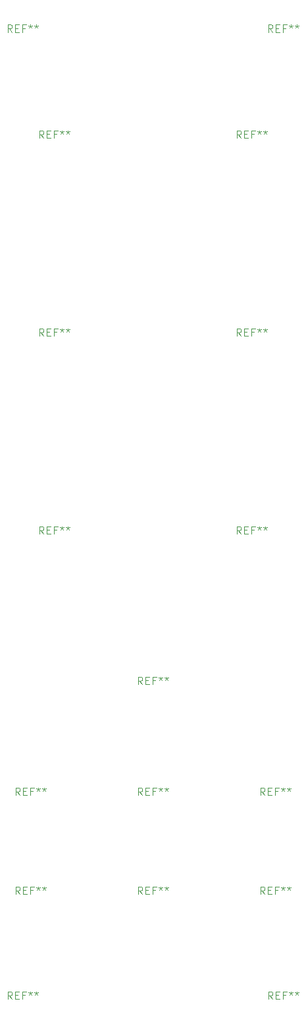
<source format=gbr>
%TF.GenerationSoftware,KiCad,Pcbnew,7.0.1*%
%TF.CreationDate,2024-08-13T21:27:21-04:00*%
%TF.ProjectId,front panel,66726f6e-7420-4706-916e-656c2e6b6963,rev?*%
%TF.SameCoordinates,Original*%
%TF.FileFunction,Legend,Top*%
%TF.FilePolarity,Positive*%
%FSLAX46Y46*%
G04 Gerber Fmt 4.6, Leading zero omitted, Abs format (unit mm)*
G04 Created by KiCad (PCBNEW 7.0.1) date 2024-08-13 21:27:21*
%MOMM*%
%LPD*%
G01*
G04 APERTURE LIST*
%ADD10C,0.100000*%
G04 APERTURE END LIST*
D10*
%TO.C,REF\u002A\u002A*%
X96202666Y-53683619D02*
X95869333Y-53207428D01*
X95631238Y-53683619D02*
X95631238Y-52683619D01*
X95631238Y-52683619D02*
X96012190Y-52683619D01*
X96012190Y-52683619D02*
X96107428Y-52731238D01*
X96107428Y-52731238D02*
X96155047Y-52778857D01*
X96155047Y-52778857D02*
X96202666Y-52874095D01*
X96202666Y-52874095D02*
X96202666Y-53016952D01*
X96202666Y-53016952D02*
X96155047Y-53112190D01*
X96155047Y-53112190D02*
X96107428Y-53159809D01*
X96107428Y-53159809D02*
X96012190Y-53207428D01*
X96012190Y-53207428D02*
X95631238Y-53207428D01*
X96631238Y-53159809D02*
X96964571Y-53159809D01*
X97107428Y-53683619D02*
X96631238Y-53683619D01*
X96631238Y-53683619D02*
X96631238Y-52683619D01*
X96631238Y-52683619D02*
X97107428Y-52683619D01*
X97869333Y-53159809D02*
X97536000Y-53159809D01*
X97536000Y-53683619D02*
X97536000Y-52683619D01*
X97536000Y-52683619D02*
X98012190Y-52683619D01*
X98536000Y-52683619D02*
X98536000Y-52921714D01*
X98297905Y-52826476D02*
X98536000Y-52921714D01*
X98536000Y-52921714D02*
X98774095Y-52826476D01*
X98393143Y-53112190D02*
X98536000Y-52921714D01*
X98536000Y-52921714D02*
X98678857Y-53112190D01*
X99297905Y-52683619D02*
X99297905Y-52921714D01*
X99059810Y-52826476D02*
X99297905Y-52921714D01*
X99297905Y-52921714D02*
X99536000Y-52826476D01*
X99155048Y-53112190D02*
X99297905Y-52921714D01*
X99297905Y-52921714D02*
X99440762Y-53112190D01*
X129730666Y-53683619D02*
X129397333Y-53207428D01*
X129159238Y-53683619D02*
X129159238Y-52683619D01*
X129159238Y-52683619D02*
X129540190Y-52683619D01*
X129540190Y-52683619D02*
X129635428Y-52731238D01*
X129635428Y-52731238D02*
X129683047Y-52778857D01*
X129683047Y-52778857D02*
X129730666Y-52874095D01*
X129730666Y-52874095D02*
X129730666Y-53016952D01*
X129730666Y-53016952D02*
X129683047Y-53112190D01*
X129683047Y-53112190D02*
X129635428Y-53159809D01*
X129635428Y-53159809D02*
X129540190Y-53207428D01*
X129540190Y-53207428D02*
X129159238Y-53207428D01*
X130159238Y-53159809D02*
X130492571Y-53159809D01*
X130635428Y-53683619D02*
X130159238Y-53683619D01*
X130159238Y-53683619D02*
X130159238Y-52683619D01*
X130159238Y-52683619D02*
X130635428Y-52683619D01*
X131397333Y-53159809D02*
X131064000Y-53159809D01*
X131064000Y-53683619D02*
X131064000Y-52683619D01*
X131064000Y-52683619D02*
X131540190Y-52683619D01*
X132064000Y-52683619D02*
X132064000Y-52921714D01*
X131825905Y-52826476D02*
X132064000Y-52921714D01*
X132064000Y-52921714D02*
X132302095Y-52826476D01*
X131921143Y-53112190D02*
X132064000Y-52921714D01*
X132064000Y-52921714D02*
X132206857Y-53112190D01*
X132825905Y-52683619D02*
X132825905Y-52921714D01*
X132587810Y-52826476D02*
X132825905Y-52921714D01*
X132825905Y-52921714D02*
X133064000Y-52826476D01*
X132683048Y-53112190D02*
X132825905Y-52921714D01*
X132825905Y-52921714D02*
X132968762Y-53112190D01*
X129730666Y-177762619D02*
X129397333Y-177286428D01*
X129159238Y-177762619D02*
X129159238Y-176762619D01*
X129159238Y-176762619D02*
X129540190Y-176762619D01*
X129540190Y-176762619D02*
X129635428Y-176810238D01*
X129635428Y-176810238D02*
X129683047Y-176857857D01*
X129683047Y-176857857D02*
X129730666Y-176953095D01*
X129730666Y-176953095D02*
X129730666Y-177095952D01*
X129730666Y-177095952D02*
X129683047Y-177191190D01*
X129683047Y-177191190D02*
X129635428Y-177238809D01*
X129635428Y-177238809D02*
X129540190Y-177286428D01*
X129540190Y-177286428D02*
X129159238Y-177286428D01*
X130159238Y-177238809D02*
X130492571Y-177238809D01*
X130635428Y-177762619D02*
X130159238Y-177762619D01*
X130159238Y-177762619D02*
X130159238Y-176762619D01*
X130159238Y-176762619D02*
X130635428Y-176762619D01*
X131397333Y-177238809D02*
X131064000Y-177238809D01*
X131064000Y-177762619D02*
X131064000Y-176762619D01*
X131064000Y-176762619D02*
X131540190Y-176762619D01*
X132064000Y-176762619D02*
X132064000Y-177000714D01*
X131825905Y-176905476D02*
X132064000Y-177000714D01*
X132064000Y-177000714D02*
X132302095Y-176905476D01*
X131921143Y-177191190D02*
X132064000Y-177000714D01*
X132064000Y-177000714D02*
X132206857Y-177191190D01*
X132825905Y-176762619D02*
X132825905Y-177000714D01*
X132587810Y-176905476D02*
X132825905Y-177000714D01*
X132825905Y-177000714D02*
X133064000Y-176905476D01*
X132683048Y-177191190D02*
X132825905Y-177000714D01*
X132825905Y-177000714D02*
X132968762Y-177191190D01*
X96202666Y-177762619D02*
X95869333Y-177286428D01*
X95631238Y-177762619D02*
X95631238Y-176762619D01*
X95631238Y-176762619D02*
X96012190Y-176762619D01*
X96012190Y-176762619D02*
X96107428Y-176810238D01*
X96107428Y-176810238D02*
X96155047Y-176857857D01*
X96155047Y-176857857D02*
X96202666Y-176953095D01*
X96202666Y-176953095D02*
X96202666Y-177095952D01*
X96202666Y-177095952D02*
X96155047Y-177191190D01*
X96155047Y-177191190D02*
X96107428Y-177238809D01*
X96107428Y-177238809D02*
X96012190Y-177286428D01*
X96012190Y-177286428D02*
X95631238Y-177286428D01*
X96631238Y-177238809D02*
X96964571Y-177238809D01*
X97107428Y-177762619D02*
X96631238Y-177762619D01*
X96631238Y-177762619D02*
X96631238Y-176762619D01*
X96631238Y-176762619D02*
X97107428Y-176762619D01*
X97869333Y-177238809D02*
X97536000Y-177238809D01*
X97536000Y-177762619D02*
X97536000Y-176762619D01*
X97536000Y-176762619D02*
X98012190Y-176762619D01*
X98536000Y-176762619D02*
X98536000Y-177000714D01*
X98297905Y-176905476D02*
X98536000Y-177000714D01*
X98536000Y-177000714D02*
X98774095Y-176905476D01*
X98393143Y-177191190D02*
X98536000Y-177000714D01*
X98536000Y-177000714D02*
X98678857Y-177191190D01*
X99297905Y-176762619D02*
X99297905Y-177000714D01*
X99059810Y-176905476D02*
X99297905Y-177000714D01*
X99297905Y-177000714D02*
X99536000Y-176905476D01*
X99155048Y-177191190D02*
X99297905Y-177000714D01*
X99297905Y-177000714D02*
X99440762Y-177191190D01*
X112966666Y-137376619D02*
X112633333Y-136900428D01*
X112395238Y-137376619D02*
X112395238Y-136376619D01*
X112395238Y-136376619D02*
X112776190Y-136376619D01*
X112776190Y-136376619D02*
X112871428Y-136424238D01*
X112871428Y-136424238D02*
X112919047Y-136471857D01*
X112919047Y-136471857D02*
X112966666Y-136567095D01*
X112966666Y-136567095D02*
X112966666Y-136709952D01*
X112966666Y-136709952D02*
X112919047Y-136805190D01*
X112919047Y-136805190D02*
X112871428Y-136852809D01*
X112871428Y-136852809D02*
X112776190Y-136900428D01*
X112776190Y-136900428D02*
X112395238Y-136900428D01*
X113395238Y-136852809D02*
X113728571Y-136852809D01*
X113871428Y-137376619D02*
X113395238Y-137376619D01*
X113395238Y-137376619D02*
X113395238Y-136376619D01*
X113395238Y-136376619D02*
X113871428Y-136376619D01*
X114633333Y-136852809D02*
X114300000Y-136852809D01*
X114300000Y-137376619D02*
X114300000Y-136376619D01*
X114300000Y-136376619D02*
X114776190Y-136376619D01*
X115300000Y-136376619D02*
X115300000Y-136614714D01*
X115061905Y-136519476D02*
X115300000Y-136614714D01*
X115300000Y-136614714D02*
X115538095Y-136519476D01*
X115157143Y-136805190D02*
X115300000Y-136614714D01*
X115300000Y-136614714D02*
X115442857Y-136805190D01*
X116061905Y-136376619D02*
X116061905Y-136614714D01*
X115823810Y-136519476D02*
X116061905Y-136614714D01*
X116061905Y-136614714D02*
X116300000Y-136519476D01*
X115919048Y-136805190D02*
X116061905Y-136614714D01*
X116061905Y-136614714D02*
X116204762Y-136805190D01*
X125666666Y-118072619D02*
X125333333Y-117596428D01*
X125095238Y-118072619D02*
X125095238Y-117072619D01*
X125095238Y-117072619D02*
X125476190Y-117072619D01*
X125476190Y-117072619D02*
X125571428Y-117120238D01*
X125571428Y-117120238D02*
X125619047Y-117167857D01*
X125619047Y-117167857D02*
X125666666Y-117263095D01*
X125666666Y-117263095D02*
X125666666Y-117405952D01*
X125666666Y-117405952D02*
X125619047Y-117501190D01*
X125619047Y-117501190D02*
X125571428Y-117548809D01*
X125571428Y-117548809D02*
X125476190Y-117596428D01*
X125476190Y-117596428D02*
X125095238Y-117596428D01*
X126095238Y-117548809D02*
X126428571Y-117548809D01*
X126571428Y-118072619D02*
X126095238Y-118072619D01*
X126095238Y-118072619D02*
X126095238Y-117072619D01*
X126095238Y-117072619D02*
X126571428Y-117072619D01*
X127333333Y-117548809D02*
X127000000Y-117548809D01*
X127000000Y-118072619D02*
X127000000Y-117072619D01*
X127000000Y-117072619D02*
X127476190Y-117072619D01*
X128000000Y-117072619D02*
X128000000Y-117310714D01*
X127761905Y-117215476D02*
X128000000Y-117310714D01*
X128000000Y-117310714D02*
X128238095Y-117215476D01*
X127857143Y-117501190D02*
X128000000Y-117310714D01*
X128000000Y-117310714D02*
X128142857Y-117501190D01*
X128761905Y-117072619D02*
X128761905Y-117310714D01*
X128523810Y-117215476D02*
X128761905Y-117310714D01*
X128761905Y-117310714D02*
X129000000Y-117215476D01*
X128619048Y-117501190D02*
X128761905Y-117310714D01*
X128761905Y-117310714D02*
X128904762Y-117501190D01*
X100266666Y-118072619D02*
X99933333Y-117596428D01*
X99695238Y-118072619D02*
X99695238Y-117072619D01*
X99695238Y-117072619D02*
X100076190Y-117072619D01*
X100076190Y-117072619D02*
X100171428Y-117120238D01*
X100171428Y-117120238D02*
X100219047Y-117167857D01*
X100219047Y-117167857D02*
X100266666Y-117263095D01*
X100266666Y-117263095D02*
X100266666Y-117405952D01*
X100266666Y-117405952D02*
X100219047Y-117501190D01*
X100219047Y-117501190D02*
X100171428Y-117548809D01*
X100171428Y-117548809D02*
X100076190Y-117596428D01*
X100076190Y-117596428D02*
X99695238Y-117596428D01*
X100695238Y-117548809D02*
X101028571Y-117548809D01*
X101171428Y-118072619D02*
X100695238Y-118072619D01*
X100695238Y-118072619D02*
X100695238Y-117072619D01*
X100695238Y-117072619D02*
X101171428Y-117072619D01*
X101933333Y-117548809D02*
X101600000Y-117548809D01*
X101600000Y-118072619D02*
X101600000Y-117072619D01*
X101600000Y-117072619D02*
X102076190Y-117072619D01*
X102600000Y-117072619D02*
X102600000Y-117310714D01*
X102361905Y-117215476D02*
X102600000Y-117310714D01*
X102600000Y-117310714D02*
X102838095Y-117215476D01*
X102457143Y-117501190D02*
X102600000Y-117310714D01*
X102600000Y-117310714D02*
X102742857Y-117501190D01*
X103361905Y-117072619D02*
X103361905Y-117310714D01*
X103123810Y-117215476D02*
X103361905Y-117310714D01*
X103361905Y-117310714D02*
X103600000Y-117215476D01*
X103219048Y-117501190D02*
X103361905Y-117310714D01*
X103361905Y-117310714D02*
X103504762Y-117501190D01*
X100266666Y-92672619D02*
X99933333Y-92196428D01*
X99695238Y-92672619D02*
X99695238Y-91672619D01*
X99695238Y-91672619D02*
X100076190Y-91672619D01*
X100076190Y-91672619D02*
X100171428Y-91720238D01*
X100171428Y-91720238D02*
X100219047Y-91767857D01*
X100219047Y-91767857D02*
X100266666Y-91863095D01*
X100266666Y-91863095D02*
X100266666Y-92005952D01*
X100266666Y-92005952D02*
X100219047Y-92101190D01*
X100219047Y-92101190D02*
X100171428Y-92148809D01*
X100171428Y-92148809D02*
X100076190Y-92196428D01*
X100076190Y-92196428D02*
X99695238Y-92196428D01*
X100695238Y-92148809D02*
X101028571Y-92148809D01*
X101171428Y-92672619D02*
X100695238Y-92672619D01*
X100695238Y-92672619D02*
X100695238Y-91672619D01*
X100695238Y-91672619D02*
X101171428Y-91672619D01*
X101933333Y-92148809D02*
X101600000Y-92148809D01*
X101600000Y-92672619D02*
X101600000Y-91672619D01*
X101600000Y-91672619D02*
X102076190Y-91672619D01*
X102600000Y-91672619D02*
X102600000Y-91910714D01*
X102361905Y-91815476D02*
X102600000Y-91910714D01*
X102600000Y-91910714D02*
X102838095Y-91815476D01*
X102457143Y-92101190D02*
X102600000Y-91910714D01*
X102600000Y-91910714D02*
X102742857Y-92101190D01*
X103361905Y-91672619D02*
X103361905Y-91910714D01*
X103123810Y-91815476D02*
X103361905Y-91910714D01*
X103361905Y-91910714D02*
X103600000Y-91815476D01*
X103219048Y-92101190D02*
X103361905Y-91910714D01*
X103361905Y-91910714D02*
X103504762Y-92101190D01*
X125666666Y-92672619D02*
X125333333Y-92196428D01*
X125095238Y-92672619D02*
X125095238Y-91672619D01*
X125095238Y-91672619D02*
X125476190Y-91672619D01*
X125476190Y-91672619D02*
X125571428Y-91720238D01*
X125571428Y-91720238D02*
X125619047Y-91767857D01*
X125619047Y-91767857D02*
X125666666Y-91863095D01*
X125666666Y-91863095D02*
X125666666Y-92005952D01*
X125666666Y-92005952D02*
X125619047Y-92101190D01*
X125619047Y-92101190D02*
X125571428Y-92148809D01*
X125571428Y-92148809D02*
X125476190Y-92196428D01*
X125476190Y-92196428D02*
X125095238Y-92196428D01*
X126095238Y-92148809D02*
X126428571Y-92148809D01*
X126571428Y-92672619D02*
X126095238Y-92672619D01*
X126095238Y-92672619D02*
X126095238Y-91672619D01*
X126095238Y-91672619D02*
X126571428Y-91672619D01*
X127333333Y-92148809D02*
X127000000Y-92148809D01*
X127000000Y-92672619D02*
X127000000Y-91672619D01*
X127000000Y-91672619D02*
X127476190Y-91672619D01*
X128000000Y-91672619D02*
X128000000Y-91910714D01*
X127761905Y-91815476D02*
X128000000Y-91910714D01*
X128000000Y-91910714D02*
X128238095Y-91815476D01*
X127857143Y-92101190D02*
X128000000Y-91910714D01*
X128000000Y-91910714D02*
X128142857Y-92101190D01*
X128761905Y-91672619D02*
X128761905Y-91910714D01*
X128523810Y-91815476D02*
X128761905Y-91910714D01*
X128761905Y-91910714D02*
X129000000Y-91815476D01*
X128619048Y-92101190D02*
X128761905Y-91910714D01*
X128761905Y-91910714D02*
X128904762Y-92101190D01*
X125666666Y-67272619D02*
X125333333Y-66796428D01*
X125095238Y-67272619D02*
X125095238Y-66272619D01*
X125095238Y-66272619D02*
X125476190Y-66272619D01*
X125476190Y-66272619D02*
X125571428Y-66320238D01*
X125571428Y-66320238D02*
X125619047Y-66367857D01*
X125619047Y-66367857D02*
X125666666Y-66463095D01*
X125666666Y-66463095D02*
X125666666Y-66605952D01*
X125666666Y-66605952D02*
X125619047Y-66701190D01*
X125619047Y-66701190D02*
X125571428Y-66748809D01*
X125571428Y-66748809D02*
X125476190Y-66796428D01*
X125476190Y-66796428D02*
X125095238Y-66796428D01*
X126095238Y-66748809D02*
X126428571Y-66748809D01*
X126571428Y-67272619D02*
X126095238Y-67272619D01*
X126095238Y-67272619D02*
X126095238Y-66272619D01*
X126095238Y-66272619D02*
X126571428Y-66272619D01*
X127333333Y-66748809D02*
X127000000Y-66748809D01*
X127000000Y-67272619D02*
X127000000Y-66272619D01*
X127000000Y-66272619D02*
X127476190Y-66272619D01*
X128000000Y-66272619D02*
X128000000Y-66510714D01*
X127761905Y-66415476D02*
X128000000Y-66510714D01*
X128000000Y-66510714D02*
X128238095Y-66415476D01*
X127857143Y-66701190D02*
X128000000Y-66510714D01*
X128000000Y-66510714D02*
X128142857Y-66701190D01*
X128761905Y-66272619D02*
X128761905Y-66510714D01*
X128523810Y-66415476D02*
X128761905Y-66510714D01*
X128761905Y-66510714D02*
X129000000Y-66415476D01*
X128619048Y-66701190D02*
X128761905Y-66510714D01*
X128761905Y-66510714D02*
X128904762Y-66701190D01*
X100266666Y-67272619D02*
X99933333Y-66796428D01*
X99695238Y-67272619D02*
X99695238Y-66272619D01*
X99695238Y-66272619D02*
X100076190Y-66272619D01*
X100076190Y-66272619D02*
X100171428Y-66320238D01*
X100171428Y-66320238D02*
X100219047Y-66367857D01*
X100219047Y-66367857D02*
X100266666Y-66463095D01*
X100266666Y-66463095D02*
X100266666Y-66605952D01*
X100266666Y-66605952D02*
X100219047Y-66701190D01*
X100219047Y-66701190D02*
X100171428Y-66748809D01*
X100171428Y-66748809D02*
X100076190Y-66796428D01*
X100076190Y-66796428D02*
X99695238Y-66796428D01*
X100695238Y-66748809D02*
X101028571Y-66748809D01*
X101171428Y-67272619D02*
X100695238Y-67272619D01*
X100695238Y-67272619D02*
X100695238Y-66272619D01*
X100695238Y-66272619D02*
X101171428Y-66272619D01*
X101933333Y-66748809D02*
X101600000Y-66748809D01*
X101600000Y-67272619D02*
X101600000Y-66272619D01*
X101600000Y-66272619D02*
X102076190Y-66272619D01*
X102600000Y-66272619D02*
X102600000Y-66510714D01*
X102361905Y-66415476D02*
X102600000Y-66510714D01*
X102600000Y-66510714D02*
X102838095Y-66415476D01*
X102457143Y-66701190D02*
X102600000Y-66510714D01*
X102600000Y-66510714D02*
X102742857Y-66701190D01*
X103361905Y-66272619D02*
X103361905Y-66510714D01*
X103123810Y-66415476D02*
X103361905Y-66510714D01*
X103361905Y-66510714D02*
X103600000Y-66415476D01*
X103219048Y-66701190D02*
X103361905Y-66510714D01*
X103361905Y-66510714D02*
X103504762Y-66701190D01*
X128714666Y-164300619D02*
X128381333Y-163824428D01*
X128143238Y-164300619D02*
X128143238Y-163300619D01*
X128143238Y-163300619D02*
X128524190Y-163300619D01*
X128524190Y-163300619D02*
X128619428Y-163348238D01*
X128619428Y-163348238D02*
X128667047Y-163395857D01*
X128667047Y-163395857D02*
X128714666Y-163491095D01*
X128714666Y-163491095D02*
X128714666Y-163633952D01*
X128714666Y-163633952D02*
X128667047Y-163729190D01*
X128667047Y-163729190D02*
X128619428Y-163776809D01*
X128619428Y-163776809D02*
X128524190Y-163824428D01*
X128524190Y-163824428D02*
X128143238Y-163824428D01*
X129143238Y-163776809D02*
X129476571Y-163776809D01*
X129619428Y-164300619D02*
X129143238Y-164300619D01*
X129143238Y-164300619D02*
X129143238Y-163300619D01*
X129143238Y-163300619D02*
X129619428Y-163300619D01*
X130381333Y-163776809D02*
X130048000Y-163776809D01*
X130048000Y-164300619D02*
X130048000Y-163300619D01*
X130048000Y-163300619D02*
X130524190Y-163300619D01*
X131048000Y-163300619D02*
X131048000Y-163538714D01*
X130809905Y-163443476D02*
X131048000Y-163538714D01*
X131048000Y-163538714D02*
X131286095Y-163443476D01*
X130905143Y-163729190D02*
X131048000Y-163538714D01*
X131048000Y-163538714D02*
X131190857Y-163729190D01*
X131809905Y-163300619D02*
X131809905Y-163538714D01*
X131571810Y-163443476D02*
X131809905Y-163538714D01*
X131809905Y-163538714D02*
X132048000Y-163443476D01*
X131667048Y-163729190D02*
X131809905Y-163538714D01*
X131809905Y-163538714D02*
X131952762Y-163729190D01*
X112966666Y-164300619D02*
X112633333Y-163824428D01*
X112395238Y-164300619D02*
X112395238Y-163300619D01*
X112395238Y-163300619D02*
X112776190Y-163300619D01*
X112776190Y-163300619D02*
X112871428Y-163348238D01*
X112871428Y-163348238D02*
X112919047Y-163395857D01*
X112919047Y-163395857D02*
X112966666Y-163491095D01*
X112966666Y-163491095D02*
X112966666Y-163633952D01*
X112966666Y-163633952D02*
X112919047Y-163729190D01*
X112919047Y-163729190D02*
X112871428Y-163776809D01*
X112871428Y-163776809D02*
X112776190Y-163824428D01*
X112776190Y-163824428D02*
X112395238Y-163824428D01*
X113395238Y-163776809D02*
X113728571Y-163776809D01*
X113871428Y-164300619D02*
X113395238Y-164300619D01*
X113395238Y-164300619D02*
X113395238Y-163300619D01*
X113395238Y-163300619D02*
X113871428Y-163300619D01*
X114633333Y-163776809D02*
X114300000Y-163776809D01*
X114300000Y-164300619D02*
X114300000Y-163300619D01*
X114300000Y-163300619D02*
X114776190Y-163300619D01*
X115300000Y-163300619D02*
X115300000Y-163538714D01*
X115061905Y-163443476D02*
X115300000Y-163538714D01*
X115300000Y-163538714D02*
X115538095Y-163443476D01*
X115157143Y-163729190D02*
X115300000Y-163538714D01*
X115300000Y-163538714D02*
X115442857Y-163729190D01*
X116061905Y-163300619D02*
X116061905Y-163538714D01*
X115823810Y-163443476D02*
X116061905Y-163538714D01*
X116061905Y-163538714D02*
X116300000Y-163443476D01*
X115919048Y-163729190D02*
X116061905Y-163538714D01*
X116061905Y-163538714D02*
X116204762Y-163729190D01*
X97218666Y-164300619D02*
X96885333Y-163824428D01*
X96647238Y-164300619D02*
X96647238Y-163300619D01*
X96647238Y-163300619D02*
X97028190Y-163300619D01*
X97028190Y-163300619D02*
X97123428Y-163348238D01*
X97123428Y-163348238D02*
X97171047Y-163395857D01*
X97171047Y-163395857D02*
X97218666Y-163491095D01*
X97218666Y-163491095D02*
X97218666Y-163633952D01*
X97218666Y-163633952D02*
X97171047Y-163729190D01*
X97171047Y-163729190D02*
X97123428Y-163776809D01*
X97123428Y-163776809D02*
X97028190Y-163824428D01*
X97028190Y-163824428D02*
X96647238Y-163824428D01*
X97647238Y-163776809D02*
X97980571Y-163776809D01*
X98123428Y-164300619D02*
X97647238Y-164300619D01*
X97647238Y-164300619D02*
X97647238Y-163300619D01*
X97647238Y-163300619D02*
X98123428Y-163300619D01*
X98885333Y-163776809D02*
X98552000Y-163776809D01*
X98552000Y-164300619D02*
X98552000Y-163300619D01*
X98552000Y-163300619D02*
X99028190Y-163300619D01*
X99552000Y-163300619D02*
X99552000Y-163538714D01*
X99313905Y-163443476D02*
X99552000Y-163538714D01*
X99552000Y-163538714D02*
X99790095Y-163443476D01*
X99409143Y-163729190D02*
X99552000Y-163538714D01*
X99552000Y-163538714D02*
X99694857Y-163729190D01*
X100313905Y-163300619D02*
X100313905Y-163538714D01*
X100075810Y-163443476D02*
X100313905Y-163538714D01*
X100313905Y-163538714D02*
X100552000Y-163443476D01*
X100171048Y-163729190D02*
X100313905Y-163538714D01*
X100313905Y-163538714D02*
X100456762Y-163729190D01*
X128714666Y-151600619D02*
X128381333Y-151124428D01*
X128143238Y-151600619D02*
X128143238Y-150600619D01*
X128143238Y-150600619D02*
X128524190Y-150600619D01*
X128524190Y-150600619D02*
X128619428Y-150648238D01*
X128619428Y-150648238D02*
X128667047Y-150695857D01*
X128667047Y-150695857D02*
X128714666Y-150791095D01*
X128714666Y-150791095D02*
X128714666Y-150933952D01*
X128714666Y-150933952D02*
X128667047Y-151029190D01*
X128667047Y-151029190D02*
X128619428Y-151076809D01*
X128619428Y-151076809D02*
X128524190Y-151124428D01*
X128524190Y-151124428D02*
X128143238Y-151124428D01*
X129143238Y-151076809D02*
X129476571Y-151076809D01*
X129619428Y-151600619D02*
X129143238Y-151600619D01*
X129143238Y-151600619D02*
X129143238Y-150600619D01*
X129143238Y-150600619D02*
X129619428Y-150600619D01*
X130381333Y-151076809D02*
X130048000Y-151076809D01*
X130048000Y-151600619D02*
X130048000Y-150600619D01*
X130048000Y-150600619D02*
X130524190Y-150600619D01*
X131048000Y-150600619D02*
X131048000Y-150838714D01*
X130809905Y-150743476D02*
X131048000Y-150838714D01*
X131048000Y-150838714D02*
X131286095Y-150743476D01*
X130905143Y-151029190D02*
X131048000Y-150838714D01*
X131048000Y-150838714D02*
X131190857Y-151029190D01*
X131809905Y-150600619D02*
X131809905Y-150838714D01*
X131571810Y-150743476D02*
X131809905Y-150838714D01*
X131809905Y-150838714D02*
X132048000Y-150743476D01*
X131667048Y-151029190D02*
X131809905Y-150838714D01*
X131809905Y-150838714D02*
X131952762Y-151029190D01*
X112966666Y-151600619D02*
X112633333Y-151124428D01*
X112395238Y-151600619D02*
X112395238Y-150600619D01*
X112395238Y-150600619D02*
X112776190Y-150600619D01*
X112776190Y-150600619D02*
X112871428Y-150648238D01*
X112871428Y-150648238D02*
X112919047Y-150695857D01*
X112919047Y-150695857D02*
X112966666Y-150791095D01*
X112966666Y-150791095D02*
X112966666Y-150933952D01*
X112966666Y-150933952D02*
X112919047Y-151029190D01*
X112919047Y-151029190D02*
X112871428Y-151076809D01*
X112871428Y-151076809D02*
X112776190Y-151124428D01*
X112776190Y-151124428D02*
X112395238Y-151124428D01*
X113395238Y-151076809D02*
X113728571Y-151076809D01*
X113871428Y-151600619D02*
X113395238Y-151600619D01*
X113395238Y-151600619D02*
X113395238Y-150600619D01*
X113395238Y-150600619D02*
X113871428Y-150600619D01*
X114633333Y-151076809D02*
X114300000Y-151076809D01*
X114300000Y-151600619D02*
X114300000Y-150600619D01*
X114300000Y-150600619D02*
X114776190Y-150600619D01*
X115300000Y-150600619D02*
X115300000Y-150838714D01*
X115061905Y-150743476D02*
X115300000Y-150838714D01*
X115300000Y-150838714D02*
X115538095Y-150743476D01*
X115157143Y-151029190D02*
X115300000Y-150838714D01*
X115300000Y-150838714D02*
X115442857Y-151029190D01*
X116061905Y-150600619D02*
X116061905Y-150838714D01*
X115823810Y-150743476D02*
X116061905Y-150838714D01*
X116061905Y-150838714D02*
X116300000Y-150743476D01*
X115919048Y-151029190D02*
X116061905Y-150838714D01*
X116061905Y-150838714D02*
X116204762Y-151029190D01*
X97218666Y-151600619D02*
X96885333Y-151124428D01*
X96647238Y-151600619D02*
X96647238Y-150600619D01*
X96647238Y-150600619D02*
X97028190Y-150600619D01*
X97028190Y-150600619D02*
X97123428Y-150648238D01*
X97123428Y-150648238D02*
X97171047Y-150695857D01*
X97171047Y-150695857D02*
X97218666Y-150791095D01*
X97218666Y-150791095D02*
X97218666Y-150933952D01*
X97218666Y-150933952D02*
X97171047Y-151029190D01*
X97171047Y-151029190D02*
X97123428Y-151076809D01*
X97123428Y-151076809D02*
X97028190Y-151124428D01*
X97028190Y-151124428D02*
X96647238Y-151124428D01*
X97647238Y-151076809D02*
X97980571Y-151076809D01*
X98123428Y-151600619D02*
X97647238Y-151600619D01*
X97647238Y-151600619D02*
X97647238Y-150600619D01*
X97647238Y-150600619D02*
X98123428Y-150600619D01*
X98885333Y-151076809D02*
X98552000Y-151076809D01*
X98552000Y-151600619D02*
X98552000Y-150600619D01*
X98552000Y-150600619D02*
X99028190Y-150600619D01*
X99552000Y-150600619D02*
X99552000Y-150838714D01*
X99313905Y-150743476D02*
X99552000Y-150838714D01*
X99552000Y-150838714D02*
X99790095Y-150743476D01*
X99409143Y-151029190D02*
X99552000Y-150838714D01*
X99552000Y-150838714D02*
X99694857Y-151029190D01*
X100313905Y-150600619D02*
X100313905Y-150838714D01*
X100075810Y-150743476D02*
X100313905Y-150838714D01*
X100313905Y-150838714D02*
X100552000Y-150743476D01*
X100171048Y-151029190D02*
X100313905Y-150838714D01*
X100313905Y-150838714D02*
X100456762Y-151029190D01*
%TD*%
M02*

</source>
